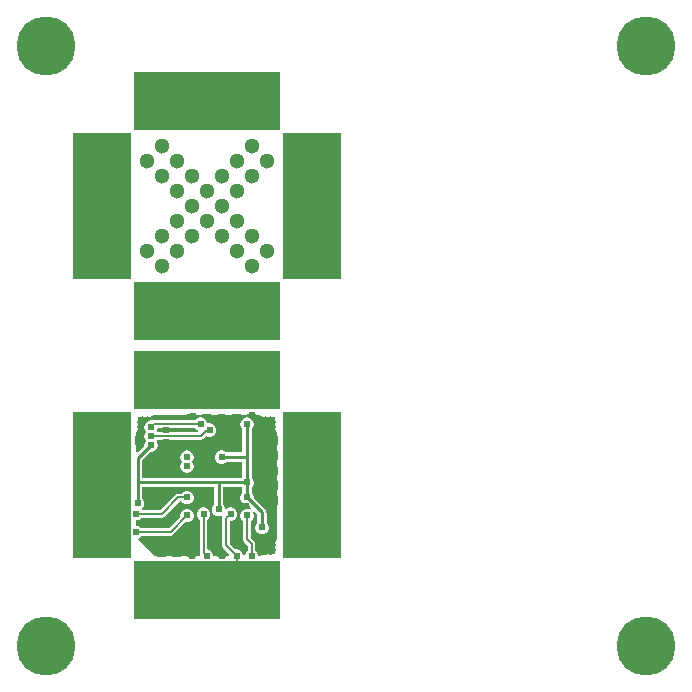
<source format=gbl>
G04 Layer: BottomLayer*
G04 Panelize: , Column: 2, Row: 2, Board Size: 58.42mm x 58.42mm, Panelized Board Size: 118.84mm x 118.84mm*
G04 EasyEDA v6.5.34, 2023-08-21 18:11:39*
G04 a2cfa06f5d3c446ba3be34bd05ffaa75,5a6b42c53f6a479593ecc07194224c93,10*
G04 Gerber Generator version 0.2*
G04 Scale: 100 percent, Rotated: No, Reflected: No *
G04 Dimensions in millimeters *
G04 leading zeros omitted , absolute positions ,4 integer and 5 decimal *
%FSLAX45Y45*%
%MOMM*%

%ADD10C,0.2540*%
%ADD11C,0.1270*%
%ADD12C,5.0000*%
%ADD13R,5.0000X12.4000*%
%ADD14R,12.4000X5.0000*%
%ADD15C,1.3000*%
%ADD16C,0.6096*%
%ADD17C,0.0131*%

%LPD*%
G36*
X1327302Y2191258D02*
G01*
X1323289Y2192070D01*
X1319936Y2194407D01*
X1317752Y2197811D01*
X1317142Y2201824D01*
X1318107Y2205786D01*
X1322984Y2215946D01*
X1324254Y2220823D01*
X1326286Y2224735D01*
X1329791Y2227376D01*
X1334058Y2228342D01*
X1637842Y2228342D01*
X1641805Y2227580D01*
X1645107Y2225344D01*
X1652879Y2217420D01*
X1660906Y2211781D01*
X1663446Y2210612D01*
X1666595Y2208326D01*
X1668627Y2205024D01*
X1669288Y2201164D01*
X1668424Y2197354D01*
X1666239Y2194153D01*
X1662988Y2192020D01*
X1659128Y2191258D01*
G37*

%LPD*%
G36*
X2057400Y1151991D02*
G01*
X2053082Y1152956D01*
X2049627Y1155649D01*
X2047595Y1159510D01*
X2046833Y1162253D01*
X2042718Y1171194D01*
X2037080Y1179220D01*
X2030120Y1186180D01*
X2022093Y1191818D01*
X2013153Y1195933D01*
X2003704Y1198473D01*
X1993900Y1199337D01*
X1988769Y1198880D01*
X1984400Y1199489D01*
X1980692Y1201826D01*
X1940255Y1242263D01*
X1938020Y1245565D01*
X1937257Y1249476D01*
X1937257Y1432407D01*
X1937969Y1436116D01*
X1939899Y1439316D01*
X1942896Y1441551D01*
X1946554Y1442567D01*
X1952904Y1443126D01*
X1962353Y1445666D01*
X1971293Y1449781D01*
X1979320Y1455420D01*
X1986280Y1462379D01*
X1991918Y1470406D01*
X1996033Y1479346D01*
X1998573Y1488795D01*
X1999437Y1498600D01*
X1998573Y1508404D01*
X1996033Y1517853D01*
X1991918Y1526794D01*
X1986280Y1534820D01*
X1979320Y1541780D01*
X1971293Y1547418D01*
X1962353Y1551533D01*
X1952904Y1554073D01*
X1943100Y1554937D01*
X1933295Y1554073D01*
X1923846Y1551533D01*
X1914906Y1547418D01*
X1911502Y1544980D01*
X1907946Y1543405D01*
X1904085Y1543304D01*
X1900428Y1544624D01*
X1897583Y1547215D01*
X1895856Y1550720D01*
X1894433Y1555953D01*
X1890318Y1564894D01*
X1884680Y1572920D01*
X1883105Y1574495D01*
X1880870Y1577797D01*
X1880107Y1581708D01*
X1880107Y1716532D01*
X1880870Y1720392D01*
X1883105Y1723694D01*
X1886356Y1725930D01*
X1890268Y1726692D01*
X2034032Y1726692D01*
X2037892Y1725930D01*
X2041194Y1723694D01*
X2043430Y1720392D01*
X2044192Y1716532D01*
X2044192Y1683308D01*
X2043430Y1679397D01*
X2041194Y1676095D01*
X2039620Y1674520D01*
X2033981Y1666493D01*
X2029866Y1657553D01*
X2027326Y1648104D01*
X2026462Y1638300D01*
X2027326Y1628495D01*
X2029866Y1619046D01*
X2033981Y1610106D01*
X2039620Y1602079D01*
X2046579Y1595120D01*
X2054606Y1589481D01*
X2063546Y1585366D01*
X2072995Y1582826D01*
X2081022Y1582115D01*
X2084425Y1581200D01*
X2087321Y1579168D01*
X2110181Y1556308D01*
X2112568Y1552600D01*
X2113127Y1548231D01*
X2111806Y1544015D01*
X2108860Y1540764D01*
X2104796Y1539087D01*
X2100376Y1539290D01*
X2092604Y1541373D01*
X2082800Y1542237D01*
X2072995Y1541373D01*
X2063546Y1538833D01*
X2054606Y1534718D01*
X2046579Y1529080D01*
X2039620Y1522120D01*
X2033981Y1514094D01*
X2029866Y1505153D01*
X2027326Y1495704D01*
X2026462Y1485900D01*
X2027326Y1476095D01*
X2029866Y1466646D01*
X2033981Y1457706D01*
X2039620Y1449679D01*
X2047544Y1441907D01*
X2049780Y1438605D01*
X2050542Y1434642D01*
X2050542Y1283208D01*
X2051304Y1275994D01*
X2053386Y1269593D01*
X2056790Y1263650D01*
X2060295Y1259586D01*
X2085644Y1234186D01*
X2087880Y1230934D01*
X2088642Y1227023D01*
X2088642Y1194206D01*
X2087880Y1190294D01*
X2085644Y1186992D01*
X2077720Y1179169D01*
X2072081Y1171194D01*
X2067966Y1162253D01*
X2067204Y1159510D01*
X2065172Y1155649D01*
X2061667Y1152956D01*
G37*

%LPD*%
G36*
X2185314Y1144016D02*
G01*
X2181453Y1145235D01*
X2178405Y1147876D01*
X2176627Y1151534D01*
X2173833Y1162304D01*
X2169718Y1171194D01*
X2164080Y1179169D01*
X2156155Y1186992D01*
X2153920Y1190294D01*
X2153158Y1194206D01*
X2153158Y1244041D01*
X2152396Y1251305D01*
X2150313Y1257706D01*
X2146909Y1263650D01*
X2143404Y1267663D01*
X2118055Y1293063D01*
X2115820Y1296365D01*
X2115058Y1300276D01*
X2115058Y1434693D01*
X2115820Y1438605D01*
X2118055Y1441907D01*
X2125980Y1449679D01*
X2131618Y1457706D01*
X2135733Y1466646D01*
X2138273Y1476095D01*
X2139137Y1485900D01*
X2138273Y1495704D01*
X2136190Y1503476D01*
X2135987Y1507896D01*
X2137664Y1511960D01*
X2140915Y1514906D01*
X2145131Y1516227D01*
X2149500Y1515668D01*
X2153208Y1513332D01*
X2168194Y1498295D01*
X2170430Y1494993D01*
X2171192Y1491081D01*
X2171192Y1429308D01*
X2170430Y1425397D01*
X2168194Y1422095D01*
X2166620Y1420520D01*
X2160981Y1412494D01*
X2156866Y1403553D01*
X2154326Y1394104D01*
X2153462Y1384300D01*
X2154326Y1374495D01*
X2156866Y1365046D01*
X2160981Y1356106D01*
X2166620Y1348079D01*
X2173579Y1341120D01*
X2181606Y1335481D01*
X2190546Y1331366D01*
X2199995Y1328826D01*
X2209800Y1327962D01*
X2219604Y1328826D01*
X2229053Y1331366D01*
X2237994Y1335481D01*
X2246020Y1341120D01*
X2252980Y1348079D01*
X2258618Y1356106D01*
X2262733Y1365046D01*
X2265273Y1374495D01*
X2266137Y1384300D01*
X2265273Y1394104D01*
X2262733Y1403553D01*
X2258618Y1412494D01*
X2252980Y1420520D01*
X2251405Y1422095D01*
X2249170Y1425397D01*
X2248408Y1429258D01*
X2248408Y1510792D01*
X2247595Y1518818D01*
X2245410Y1526032D01*
X2241854Y1532737D01*
X2236724Y1538935D01*
X2141931Y1633778D01*
X2139899Y1636674D01*
X2138984Y1640078D01*
X2138273Y1648104D01*
X2135733Y1657553D01*
X2131618Y1666493D01*
X2125980Y1674520D01*
X2124405Y1676095D01*
X2122170Y1679397D01*
X2121408Y1683257D01*
X2121408Y1720291D01*
X2122170Y1724202D01*
X2124405Y1727504D01*
X2125980Y1729079D01*
X2131618Y1737106D01*
X2135733Y1746046D01*
X2138273Y1755495D01*
X2139137Y1765300D01*
X2138273Y1775104D01*
X2135733Y1784553D01*
X2131618Y1793493D01*
X2125980Y1801520D01*
X2124354Y1803095D01*
X2122170Y1806397D01*
X2121408Y1810308D01*
X2121408Y2215591D01*
X2122170Y2219502D01*
X2124405Y2222804D01*
X2125980Y2224379D01*
X2131618Y2232406D01*
X2135733Y2241346D01*
X2138273Y2250795D01*
X2139137Y2260600D01*
X2138273Y2270404D01*
X2135733Y2279853D01*
X2131618Y2288794D01*
X2125980Y2296820D01*
X2119020Y2303780D01*
X2110994Y2309418D01*
X2102053Y2313533D01*
X2092604Y2316073D01*
X2082800Y2316937D01*
X2072995Y2316073D01*
X2063546Y2313533D01*
X2054606Y2309418D01*
X2046579Y2303780D01*
X2039620Y2296820D01*
X2033981Y2288794D01*
X2029866Y2279853D01*
X2027326Y2270404D01*
X2026462Y2260600D01*
X2027326Y2250795D01*
X2029866Y2241346D01*
X2033981Y2232406D01*
X2039620Y2224379D01*
X2041194Y2222804D01*
X2043430Y2219502D01*
X2044192Y2215591D01*
X2044192Y2029968D01*
X2043430Y2026056D01*
X2041194Y2022754D01*
X2037892Y2020570D01*
X2034032Y2019807D01*
X1911908Y2019807D01*
X1907997Y2020570D01*
X1904695Y2022754D01*
X1903120Y2024380D01*
X1895093Y2030018D01*
X1886153Y2034133D01*
X1876704Y2036673D01*
X1866900Y2037537D01*
X1857095Y2036673D01*
X1847646Y2034133D01*
X1838706Y2030018D01*
X1830679Y2024380D01*
X1823720Y2017420D01*
X1818081Y2009393D01*
X1813966Y2000453D01*
X1811426Y1991004D01*
X1810562Y1981200D01*
X1811426Y1971395D01*
X1813966Y1961946D01*
X1818081Y1953006D01*
X1823720Y1944979D01*
X1830679Y1938020D01*
X1838706Y1932381D01*
X1847646Y1928266D01*
X1857095Y1925726D01*
X1866900Y1924862D01*
X1876704Y1925726D01*
X1886153Y1928266D01*
X1895093Y1932381D01*
X1903120Y1938020D01*
X1904695Y1939594D01*
X1907997Y1941830D01*
X1911908Y1942592D01*
X2034032Y1942592D01*
X2037892Y1941830D01*
X2041194Y1939594D01*
X2043430Y1936292D01*
X2044192Y1932432D01*
X2044192Y1814068D01*
X2043430Y1810156D01*
X2041194Y1806905D01*
X2037892Y1804670D01*
X2034032Y1803907D01*
X1204468Y1803907D01*
X1200556Y1804670D01*
X1197305Y1806905D01*
X1195070Y1810156D01*
X1194308Y1814068D01*
X1194308Y1948281D01*
X1195070Y1952193D01*
X1197305Y1955495D01*
X1265478Y2023668D01*
X1268374Y2025700D01*
X1271778Y2026615D01*
X1279804Y2027326D01*
X1289253Y2029866D01*
X1298194Y2033981D01*
X1306220Y2039620D01*
X1313180Y2046579D01*
X1318818Y2054606D01*
X1322933Y2063546D01*
X1325473Y2072995D01*
X1326337Y2082800D01*
X1325473Y2092604D01*
X1322984Y2102002D01*
X1318107Y2112213D01*
X1317142Y2116175D01*
X1317752Y2120188D01*
X1319936Y2123592D01*
X1323289Y2125929D01*
X1327251Y2126742D01*
X1688592Y2126742D01*
X1695805Y2127504D01*
X1702206Y2129586D01*
X1708150Y2132990D01*
X1712214Y2136495D01*
X1731822Y2156104D01*
X1735226Y2158339D01*
X1739290Y2159050D01*
X1743303Y2158136D01*
X1746046Y2156866D01*
X1755495Y2154326D01*
X1765300Y2153462D01*
X1775104Y2154326D01*
X1784553Y2156866D01*
X1793493Y2160981D01*
X1801520Y2166620D01*
X1808480Y2173579D01*
X1814118Y2181606D01*
X1818233Y2190546D01*
X1820773Y2199995D01*
X1821637Y2209800D01*
X1820773Y2219604D01*
X1818233Y2229053D01*
X1814118Y2237994D01*
X1808480Y2246020D01*
X1801520Y2252980D01*
X1793493Y2258618D01*
X1784553Y2262733D01*
X1775104Y2265273D01*
X1765300Y2266137D01*
X1754682Y2265222D01*
X1751126Y2265527D01*
X1747977Y2267000D01*
X1745437Y2269490D01*
X1743964Y2272690D01*
X1742033Y2279853D01*
X1737918Y2288794D01*
X1732280Y2296820D01*
X1725320Y2303780D01*
X1717293Y2309418D01*
X1708353Y2313533D01*
X1698904Y2316073D01*
X1693468Y2316581D01*
X1689455Y2317800D01*
X1686102Y2320899D01*
X1683867Y2318207D01*
X1680159Y2316327D01*
X1669846Y2313533D01*
X1660906Y2309418D01*
X1652879Y2303780D01*
X1645107Y2295855D01*
X1641805Y2293620D01*
X1637893Y2292858D01*
X1295806Y2292858D01*
X1290472Y2292451D01*
X1284478Y2290826D01*
X1280922Y2290521D01*
X1269949Y2291537D01*
X1260195Y2290673D01*
X1250746Y2288133D01*
X1241806Y2284018D01*
X1233779Y2278380D01*
X1226820Y2271420D01*
X1221181Y2263394D01*
X1217066Y2254453D01*
X1214526Y2245004D01*
X1213662Y2235200D01*
X1214526Y2225395D01*
X1217066Y2215946D01*
X1221181Y2207006D01*
X1224076Y2202942D01*
X1225702Y2199132D01*
X1225702Y2195017D01*
X1224076Y2191258D01*
X1221181Y2187194D01*
X1217066Y2178253D01*
X1214526Y2168804D01*
X1213662Y2159000D01*
X1214526Y2149195D01*
X1217066Y2139746D01*
X1221181Y2130806D01*
X1224076Y2126742D01*
X1225702Y2122932D01*
X1225702Y2118817D01*
X1224076Y2115058D01*
X1221181Y2110994D01*
X1217066Y2102053D01*
X1214526Y2092604D01*
X1213815Y2084578D01*
X1212900Y2081174D01*
X1210868Y2078278D01*
X1158798Y2026208D01*
X1155598Y2024024D01*
X1151788Y2023211D01*
X1147978Y2023922D01*
X1144676Y2026005D01*
X1142390Y2029155D01*
X1141476Y2032914D01*
X1142034Y2036724D01*
X1142796Y2038959D01*
X1143508Y2045258D01*
X1143508Y2069541D01*
X1142898Y2075434D01*
X1141069Y2080971D01*
X1138072Y2085898D01*
X1133195Y2090928D01*
X1131062Y2094179D01*
X1130300Y2097989D01*
X1130300Y2143861D01*
X1131062Y2147722D01*
X1133297Y2151024D01*
X1137818Y2155596D01*
X1140917Y2160473D01*
X1142796Y2165959D01*
X1143508Y2172258D01*
X1143508Y2186025D01*
X1144117Y2189480D01*
X1145844Y2192528D01*
X1151788Y2199690D01*
X1155598Y2206752D01*
X1157935Y2214473D01*
X1158697Y2222500D01*
X1157935Y2230526D01*
X1155496Y2238603D01*
X1155039Y2241550D01*
X1155496Y2244496D01*
X1157935Y2252573D01*
X1158697Y2260600D01*
X1157935Y2268626D01*
X1155496Y2276703D01*
X1155039Y2279650D01*
X1155496Y2282596D01*
X1157935Y2290673D01*
X1158697Y2298700D01*
X1157935Y2306726D01*
X1156868Y2310282D01*
X1156512Y2314651D01*
X1157986Y2318715D01*
X1161084Y2321814D01*
X1165199Y2323287D01*
X1169517Y2322982D01*
X1173073Y2321864D01*
X1181100Y2321102D01*
X1189126Y2321864D01*
X1197203Y2324303D01*
X1200150Y2324760D01*
X1203096Y2324303D01*
X1211173Y2321864D01*
X1219200Y2321102D01*
X1227226Y2321864D01*
X1235303Y2324303D01*
X1238250Y2324760D01*
X1241196Y2324303D01*
X1249273Y2321864D01*
X1257300Y2321102D01*
X1265326Y2321864D01*
X1273048Y2324201D01*
X1280109Y2328011D01*
X1287272Y2333955D01*
X1290320Y2335682D01*
X1293774Y2336292D01*
X1307592Y2336292D01*
X1313434Y2336901D01*
X1317498Y2338273D01*
X1320596Y2338781D01*
X1394815Y2339543D01*
X1398270Y2338984D01*
X1403959Y2337003D01*
X1410258Y2336292D01*
X1434592Y2336292D01*
X1440434Y2336901D01*
X1448409Y2339746D01*
X1451000Y2340152D01*
X1519377Y2340864D01*
X1522222Y2340457D01*
X1525524Y2338882D01*
X1530959Y2337003D01*
X1537258Y2336292D01*
X1561592Y2336292D01*
X1567434Y2336901D01*
X1572971Y2338730D01*
X1577543Y2341067D01*
X1580235Y2341473D01*
X1644294Y2342134D01*
X1647189Y2341778D01*
X1649831Y2340610D01*
X1652473Y2338933D01*
X1657959Y2337003D01*
X1664258Y2336292D01*
X1677517Y2336292D01*
X1681581Y2335428D01*
X1684985Y2333040D01*
X1686153Y2332634D01*
X1689252Y2335479D01*
X1694434Y2336901D01*
X1699971Y2338730D01*
X1704238Y2341372D01*
X1706727Y2342438D01*
X1709420Y2342845D01*
X1769262Y2343454D01*
X1772107Y2343048D01*
X1774748Y2341880D01*
X1779473Y2338933D01*
X1784959Y2337003D01*
X1791258Y2336292D01*
X1815592Y2336292D01*
X1821434Y2336901D01*
X1826920Y2338730D01*
X1833168Y2342642D01*
X1835657Y2343759D01*
X1838452Y2344166D01*
X1894535Y2344775D01*
X1898294Y2344064D01*
X1906473Y2338933D01*
X1911959Y2337003D01*
X1918258Y2336292D01*
X1942592Y2336292D01*
X1948434Y2336901D01*
X1953971Y2338730D01*
X1958898Y2341727D01*
X1963064Y2344724D01*
X1966823Y2345486D01*
X2020214Y2346045D01*
X2024176Y2345334D01*
X2028596Y2341981D01*
X2033473Y2338933D01*
X2038959Y2337003D01*
X2045258Y2336292D01*
X2069592Y2336292D01*
X2075434Y2336901D01*
X2080971Y2338730D01*
X2085898Y2341727D01*
X2088235Y2343962D01*
X2091436Y2346096D01*
X2095195Y2346858D01*
X2145893Y2347366D01*
X2149856Y2346604D01*
X2153208Y2344420D01*
X2155596Y2341981D01*
X2160473Y2338933D01*
X2165959Y2337003D01*
X2172258Y2336292D01*
X2186025Y2336292D01*
X2189480Y2335682D01*
X2192528Y2333955D01*
X2199690Y2328011D01*
X2206802Y2324201D01*
X2214473Y2321864D01*
X2222500Y2321102D01*
X2230526Y2321864D01*
X2238603Y2324303D01*
X2241550Y2324760D01*
X2244496Y2324303D01*
X2252573Y2321864D01*
X2260600Y2321102D01*
X2268626Y2321864D01*
X2276703Y2324303D01*
X2279650Y2324760D01*
X2282596Y2324303D01*
X2290673Y2321864D01*
X2298700Y2321102D01*
X2306726Y2321864D01*
X2310282Y2322982D01*
X2314651Y2323287D01*
X2318715Y2321814D01*
X2321814Y2318715D01*
X2323338Y2314651D01*
X2322982Y2310282D01*
X2321864Y2306726D01*
X2321102Y2298700D01*
X2321864Y2290673D01*
X2324354Y2282596D01*
X2324760Y2279650D01*
X2324354Y2276703D01*
X2321864Y2268626D01*
X2321102Y2260600D01*
X2321864Y2252573D01*
X2324354Y2244496D01*
X2324760Y2241550D01*
X2324354Y2238603D01*
X2321864Y2230526D01*
X2321102Y2222500D01*
X2321864Y2214473D01*
X2324252Y2206752D01*
X2328011Y2199690D01*
X2333955Y2192528D01*
X2335682Y2189480D01*
X2336292Y2186025D01*
X2336292Y2172208D01*
X2336901Y2166366D01*
X2338781Y2160828D01*
X2341778Y2155901D01*
X2344521Y2153056D01*
X2346655Y2149754D01*
X2347366Y2145893D01*
X2346858Y2095144D01*
X2346045Y2091334D01*
X2343861Y2088083D01*
X2341981Y2086203D01*
X2338933Y2081326D01*
X2337003Y2075840D01*
X2336292Y2069541D01*
X2336292Y2045207D01*
X2336901Y2039366D01*
X2338730Y2033828D01*
X2341778Y2028901D01*
X2343200Y2027377D01*
X2345334Y2024075D01*
X2346045Y2020214D01*
X2345486Y1966823D01*
X2344724Y1962962D01*
X2341981Y1959203D01*
X2338933Y1954326D01*
X2337003Y1948840D01*
X2336292Y1942541D01*
X2336292Y1918207D01*
X2336901Y1912366D01*
X2338730Y1906828D01*
X2344013Y1898446D01*
X2344775Y1894586D01*
X2344166Y1838452D01*
X2343759Y1835708D01*
X2342591Y1833168D01*
X2338933Y1827326D01*
X2337003Y1821840D01*
X2336292Y1815541D01*
X2336292Y1791207D01*
X2336901Y1785366D01*
X2338781Y1779828D01*
X2341981Y1774545D01*
X2343099Y1771954D01*
X2343454Y1769160D01*
X2342845Y1709318D01*
X2342438Y1706575D01*
X2341270Y1704035D01*
X2338933Y1700326D01*
X2337003Y1694840D01*
X2336292Y1688541D01*
X2336292Y1664207D01*
X2336901Y1658366D01*
X2338781Y1652828D01*
X2340660Y1649679D01*
X2341778Y1647088D01*
X2342134Y1644294D01*
X2341473Y1580184D01*
X2341067Y1577441D01*
X2338933Y1573326D01*
X2337003Y1567840D01*
X2336292Y1561541D01*
X2336292Y1537208D01*
X2336901Y1531366D01*
X2338781Y1525828D01*
X2340508Y1522222D01*
X2340864Y1519428D01*
X2340152Y1451051D01*
X2339543Y1447698D01*
X2337003Y1440789D01*
X2336292Y1434541D01*
X2336292Y1410208D01*
X2336901Y1404366D01*
X2339035Y1398016D01*
X2339543Y1394714D01*
X2338781Y1320495D01*
X2338222Y1317244D01*
X2337003Y1313840D01*
X2336292Y1307541D01*
X2336292Y1293774D01*
X2335682Y1290320D01*
X2333955Y1287272D01*
X2328011Y1280109D01*
X2324252Y1273048D01*
X2321864Y1265326D01*
X2321102Y1257300D01*
X2321864Y1249273D01*
X2324354Y1241196D01*
X2324760Y1238250D01*
X2324354Y1235303D01*
X2321864Y1227226D01*
X2321102Y1219200D01*
X2321864Y1211173D01*
X2324354Y1203096D01*
X2324760Y1200150D01*
X2324354Y1197203D01*
X2321864Y1189126D01*
X2321102Y1181100D01*
X2321864Y1173073D01*
X2322982Y1169517D01*
X2323338Y1165148D01*
X2321814Y1161084D01*
X2318715Y1157986D01*
X2314651Y1156512D01*
X2310282Y1156817D01*
X2306726Y1157935D01*
X2298700Y1158697D01*
X2290673Y1157935D01*
X2282596Y1155446D01*
X2279650Y1155039D01*
X2276703Y1155446D01*
X2268626Y1157935D01*
X2260600Y1158697D01*
X2252573Y1157935D01*
X2244496Y1155446D01*
X2241550Y1155039D01*
X2238603Y1155446D01*
X2230526Y1157935D01*
X2222500Y1158697D01*
X2214473Y1157935D01*
X2206752Y1155598D01*
X2199690Y1151788D01*
X2192934Y1146251D01*
X2189327Y1144320D01*
G37*

%LPC*%
G36*
X1574800Y1848662D02*
G01*
X1584604Y1849526D01*
X1594053Y1852066D01*
X1602994Y1856181D01*
X1611020Y1861820D01*
X1617980Y1868779D01*
X1623618Y1876806D01*
X1627733Y1885746D01*
X1630273Y1895195D01*
X1631137Y1905000D01*
X1630273Y1914804D01*
X1627733Y1924253D01*
X1623618Y1933193D01*
X1620723Y1937257D01*
X1619097Y1941017D01*
X1619097Y1945132D01*
X1620723Y1948942D01*
X1623618Y1953006D01*
X1627733Y1961946D01*
X1630273Y1971395D01*
X1631137Y1981200D01*
X1630273Y1991004D01*
X1627733Y2000453D01*
X1623618Y2009393D01*
X1617980Y2017420D01*
X1611020Y2024380D01*
X1602994Y2030018D01*
X1594053Y2034133D01*
X1584604Y2036673D01*
X1574800Y2037537D01*
X1564995Y2036673D01*
X1555546Y2034133D01*
X1546606Y2030018D01*
X1538579Y2024380D01*
X1531620Y2017420D01*
X1525981Y2009393D01*
X1521866Y2000453D01*
X1519326Y1991004D01*
X1518462Y1981200D01*
X1519326Y1971395D01*
X1521866Y1961946D01*
X1525981Y1953006D01*
X1528876Y1948942D01*
X1530502Y1945132D01*
X1530502Y1941017D01*
X1528876Y1937257D01*
X1525981Y1933193D01*
X1521866Y1924253D01*
X1519326Y1914804D01*
X1518462Y1905000D01*
X1519326Y1895195D01*
X1521866Y1885746D01*
X1525981Y1876806D01*
X1531620Y1868779D01*
X1538579Y1861820D01*
X1546606Y1856181D01*
X1555546Y1852066D01*
X1564995Y1849526D01*
G37*

%LPD*%
G36*
X1335938Y1130300D02*
G01*
X1332026Y1131062D01*
X1328775Y1133297D01*
X1324203Y1137818D01*
X1319326Y1140866D01*
X1313840Y1142796D01*
X1307541Y1143508D01*
X1302715Y1143508D01*
X1299159Y1144168D01*
X1296009Y1146048D01*
X1293774Y1148892D01*
X1291488Y1153160D01*
X1286357Y1159357D01*
X1280160Y1164488D01*
X1273708Y1167942D01*
X1271320Y1169720D01*
X1269542Y1172108D01*
X1266088Y1178560D01*
X1260957Y1184757D01*
X1254760Y1189888D01*
X1248308Y1193342D01*
X1245920Y1195120D01*
X1244142Y1197508D01*
X1240688Y1203960D01*
X1235557Y1210157D01*
X1229360Y1215288D01*
X1222908Y1218742D01*
X1220520Y1220520D01*
X1218742Y1222908D01*
X1215288Y1229360D01*
X1210157Y1235557D01*
X1203960Y1240688D01*
X1197508Y1244142D01*
X1195120Y1245920D01*
X1193342Y1248308D01*
X1189888Y1254760D01*
X1184757Y1260957D01*
X1178560Y1266088D01*
X1172108Y1269542D01*
X1169720Y1271320D01*
X1167942Y1273708D01*
X1162608Y1283462D01*
X1162100Y1287119D01*
X1162913Y1290675D01*
X1164945Y1293774D01*
X1167942Y1295908D01*
X1171194Y1297381D01*
X1179169Y1303020D01*
X1186992Y1310944D01*
X1190294Y1313180D01*
X1194206Y1313942D01*
X1434592Y1313942D01*
X1441805Y1314704D01*
X1448206Y1316786D01*
X1454150Y1320190D01*
X1458214Y1323695D01*
X1561592Y1427073D01*
X1565300Y1429410D01*
X1569669Y1430020D01*
X1574800Y1429562D01*
X1584604Y1430426D01*
X1594053Y1432966D01*
X1602994Y1437081D01*
X1611020Y1442720D01*
X1617980Y1449679D01*
X1623618Y1457706D01*
X1627733Y1466646D01*
X1630273Y1476095D01*
X1631137Y1485900D01*
X1630273Y1495704D01*
X1627733Y1505153D01*
X1623618Y1514094D01*
X1617980Y1522120D01*
X1611020Y1529080D01*
X1602994Y1534718D01*
X1594053Y1538833D01*
X1584604Y1541373D01*
X1574800Y1542237D01*
X1564995Y1541373D01*
X1555546Y1538833D01*
X1546606Y1534718D01*
X1538579Y1529080D01*
X1531620Y1522120D01*
X1525981Y1514094D01*
X1521866Y1505153D01*
X1519326Y1495704D01*
X1518462Y1485900D01*
X1518920Y1480769D01*
X1518310Y1476400D01*
X1515973Y1472692D01*
X1424736Y1381455D01*
X1421434Y1379220D01*
X1417523Y1378458D01*
X1194206Y1378458D01*
X1190294Y1379220D01*
X1186992Y1381455D01*
X1179169Y1389380D01*
X1171194Y1395018D01*
X1162253Y1399133D01*
X1149197Y1402689D01*
X1146200Y1404975D01*
X1144219Y1408125D01*
X1143508Y1411833D01*
X1143508Y1432966D01*
X1144219Y1436674D01*
X1146200Y1439824D01*
X1149197Y1442110D01*
X1162253Y1445666D01*
X1171194Y1449781D01*
X1179169Y1455420D01*
X1186992Y1463344D01*
X1190294Y1465580D01*
X1194206Y1466342D01*
X1358392Y1466342D01*
X1365605Y1467104D01*
X1372006Y1469186D01*
X1377950Y1472590D01*
X1382014Y1476095D01*
X1508963Y1603044D01*
X1512265Y1605280D01*
X1516176Y1606042D01*
X1523542Y1606042D01*
X1527505Y1605280D01*
X1530807Y1603044D01*
X1538579Y1595120D01*
X1546606Y1589481D01*
X1555546Y1585366D01*
X1564995Y1582826D01*
X1574800Y1581962D01*
X1584604Y1582826D01*
X1594053Y1585366D01*
X1602994Y1589481D01*
X1611020Y1595120D01*
X1617980Y1602079D01*
X1623618Y1610106D01*
X1627733Y1619046D01*
X1630273Y1628495D01*
X1631137Y1638300D01*
X1630273Y1648104D01*
X1627733Y1657553D01*
X1623618Y1666493D01*
X1617980Y1674520D01*
X1611020Y1681480D01*
X1602994Y1687118D01*
X1594053Y1691233D01*
X1584604Y1693773D01*
X1574800Y1694637D01*
X1564995Y1693773D01*
X1555546Y1691233D01*
X1546606Y1687118D01*
X1538579Y1681480D01*
X1530807Y1673555D01*
X1527505Y1671320D01*
X1523593Y1670557D01*
X1499108Y1670557D01*
X1491894Y1669796D01*
X1485493Y1667713D01*
X1479550Y1664309D01*
X1475486Y1660804D01*
X1348536Y1533855D01*
X1345234Y1531620D01*
X1341323Y1530858D01*
X1202994Y1530858D01*
X1199083Y1531620D01*
X1195781Y1533855D01*
X1193596Y1537106D01*
X1192834Y1541018D01*
X1193596Y1544929D01*
X1195781Y1548180D01*
X1198880Y1551279D01*
X1204518Y1559306D01*
X1208633Y1568246D01*
X1211173Y1577695D01*
X1212037Y1587500D01*
X1211173Y1597304D01*
X1208633Y1606753D01*
X1204518Y1615694D01*
X1198880Y1623720D01*
X1197305Y1625295D01*
X1195070Y1628597D01*
X1194308Y1632508D01*
X1194308Y1716532D01*
X1195070Y1720392D01*
X1197305Y1723694D01*
X1200556Y1725930D01*
X1204468Y1726692D01*
X1792732Y1726692D01*
X1796592Y1725930D01*
X1799894Y1723694D01*
X1802130Y1720392D01*
X1802892Y1716532D01*
X1802892Y1581708D01*
X1802130Y1577797D01*
X1799894Y1574495D01*
X1798320Y1572920D01*
X1792681Y1564894D01*
X1788566Y1555953D01*
X1786026Y1546504D01*
X1785162Y1536700D01*
X1786026Y1526895D01*
X1786686Y1524304D01*
X1786839Y1519834D01*
X1788312Y1517954D01*
X1792681Y1508506D01*
X1798320Y1500479D01*
X1805279Y1493520D01*
X1813306Y1487881D01*
X1822246Y1483766D01*
X1831695Y1481226D01*
X1841500Y1480362D01*
X1851304Y1481226D01*
X1864512Y1484680D01*
X1868271Y1484172D01*
X1871624Y1482344D01*
X1874012Y1479346D01*
X1875180Y1475740D01*
X1874926Y1471930D01*
X1873148Y1465427D01*
X1872742Y1460093D01*
X1872742Y1232408D01*
X1873504Y1225194D01*
X1875586Y1218793D01*
X1878990Y1212850D01*
X1882444Y1208786D01*
X1930400Y1160830D01*
X1932635Y1157579D01*
X1933397Y1153668D01*
X1932635Y1149807D01*
X1930400Y1146505D01*
X1927098Y1144270D01*
X1923237Y1143508D01*
X1918258Y1143508D01*
X1912366Y1142898D01*
X1906828Y1141069D01*
X1901901Y1138072D01*
X1896922Y1133195D01*
X1893620Y1131062D01*
X1889810Y1130300D01*
X1843938Y1130300D01*
X1840026Y1131062D01*
X1836775Y1133297D01*
X1832203Y1137818D01*
X1827326Y1140866D01*
X1821840Y1142796D01*
X1815541Y1143508D01*
X1805533Y1143508D01*
X1801825Y1144219D01*
X1798624Y1146149D01*
X1796389Y1149146D01*
X1792833Y1162253D01*
X1788718Y1171194D01*
X1783080Y1179220D01*
X1776120Y1186180D01*
X1768093Y1191818D01*
X1759153Y1195933D01*
X1754276Y1197254D01*
X1750364Y1199286D01*
X1747723Y1202791D01*
X1746757Y1207058D01*
X1746757Y1447393D01*
X1747520Y1451305D01*
X1749755Y1454607D01*
X1757680Y1462379D01*
X1763318Y1470406D01*
X1767433Y1479346D01*
X1769973Y1488795D01*
X1770837Y1498600D01*
X1769973Y1508404D01*
X1769262Y1510995D01*
X1769160Y1515465D01*
X1767687Y1517345D01*
X1763318Y1526794D01*
X1757680Y1534820D01*
X1750720Y1541780D01*
X1742693Y1547418D01*
X1733753Y1551533D01*
X1724304Y1554073D01*
X1714500Y1554937D01*
X1704695Y1554073D01*
X1695246Y1551533D01*
X1686306Y1547418D01*
X1678279Y1541780D01*
X1671320Y1534820D01*
X1665681Y1526794D01*
X1661566Y1517853D01*
X1659026Y1508404D01*
X1658162Y1498600D01*
X1659026Y1488795D01*
X1661566Y1479346D01*
X1665681Y1470406D01*
X1671320Y1462379D01*
X1679244Y1454607D01*
X1681480Y1451305D01*
X1682242Y1447342D01*
X1682242Y1168806D01*
X1682648Y1163472D01*
X1684274Y1157528D01*
X1684477Y1152753D01*
X1683410Y1149146D01*
X1681175Y1146149D01*
X1678025Y1144168D01*
X1674317Y1143508D01*
X1664258Y1143508D01*
X1658366Y1142898D01*
X1652828Y1141069D01*
X1647901Y1138021D01*
X1642922Y1133195D01*
X1639620Y1131062D01*
X1635810Y1130300D01*
X1589938Y1130300D01*
X1586026Y1131062D01*
X1582775Y1133297D01*
X1578203Y1137818D01*
X1573326Y1140866D01*
X1567840Y1142796D01*
X1561541Y1143508D01*
X1537258Y1143508D01*
X1531366Y1142898D01*
X1525828Y1141069D01*
X1520901Y1138021D01*
X1515922Y1133195D01*
X1512620Y1131062D01*
X1508810Y1130300D01*
X1462938Y1130300D01*
X1459026Y1131062D01*
X1455775Y1133297D01*
X1451203Y1137818D01*
X1446326Y1140866D01*
X1440840Y1142796D01*
X1434541Y1143508D01*
X1410258Y1143508D01*
X1404366Y1142898D01*
X1398828Y1141069D01*
X1393901Y1138021D01*
X1388922Y1133195D01*
X1385620Y1131062D01*
X1381810Y1130300D01*
G37*

%LPD*%
D10*
X2082800Y1638300D02*
G01*
X2209800Y1511300D01*
X2209800Y1384300D01*
X1866897Y1981194D02*
G01*
X2082794Y1981194D01*
D11*
X1765300Y2209794D02*
G01*
X1739894Y2209794D01*
X1689100Y2159000D01*
X1270000Y2159000D01*
X1993894Y1142997D02*
G01*
X1993894Y1104897D01*
X1993894Y1142997D02*
G01*
X1904997Y1231897D01*
X1904997Y1460500D01*
X1943094Y1498597D01*
X2120900Y1143000D02*
G01*
X2120900Y1244594D01*
X2082800Y1282694D01*
X2082800Y1485900D01*
X1739900Y1143000D02*
G01*
X1714500Y1168400D01*
X1714500Y1498600D01*
X1689100Y2260600D02*
G01*
X1295400Y2260600D01*
X1270000Y2235200D01*
D10*
X1155697Y1587497D02*
G01*
X1155697Y1968494D01*
X1269997Y2082794D01*
X2082800Y2260600D02*
G01*
X2082794Y1765297D01*
X2082800Y1638300D01*
X2082794Y1765297D02*
G01*
X1155697Y1765297D01*
D11*
X1143000Y1346200D02*
G01*
X1435100Y1346200D01*
X1574800Y1485900D01*
X1143000Y1498600D02*
G01*
X1358900Y1498600D01*
X1498600Y1638300D01*
X1574800Y1638300D01*
D10*
X1841497Y1536697D02*
G01*
X1841497Y1765297D01*
D12*
G01*
X381000Y5461000D03*
G01*
X5461000Y5461000D03*
G01*
X5461000Y381000D03*
G01*
X381000Y381000D03*
D13*
G01*
X850900Y4102100D03*
D14*
G01*
X1739900Y3213100D03*
D13*
G01*
X2628900Y4102100D03*
D14*
G01*
X1739900Y4991100D03*
D15*
G01*
X1739900Y4229100D03*
G01*
X1739900Y3975100D03*
G01*
X1612900Y4102100D03*
G01*
X1866900Y4102100D03*
G01*
X1612900Y4356100D03*
G01*
X1485900Y4483100D03*
G01*
X1358900Y4610100D03*
G01*
X1231900Y3721100D03*
G01*
X1231900Y4483100D03*
G01*
X1358900Y3848100D03*
G01*
X1485900Y3975100D03*
G01*
X1358900Y4356100D03*
G01*
X1485900Y4229100D03*
G01*
X1358900Y3594100D03*
G01*
X1485900Y3721100D03*
G01*
X1612900Y3848100D03*
G01*
X1866900Y3848100D03*
G01*
X1993900Y3721100D03*
G01*
X2120900Y3594100D03*
G01*
X2120900Y3848100D03*
G01*
X1993900Y3975100D03*
G01*
X2247900Y3721100D03*
G01*
X2120900Y4610100D03*
G01*
X1866900Y4356100D03*
G01*
X1993900Y4483100D03*
G01*
X2247900Y4483100D03*
G01*
X2120900Y4356100D03*
G01*
X1993900Y4229100D03*
D13*
G01*
X850900Y1739900D03*
D14*
G01*
X1739900Y2628900D03*
D13*
G01*
X2628900Y1739900D03*
D14*
G01*
X1739900Y850900D03*
D16*
G01*
X2209800Y1384300D03*
G01*
X1943100Y1498600D03*
G01*
X2082800Y1485900D03*
G01*
X2120900Y1143000D03*
G01*
X1993900Y1143000D03*
G01*
X2082800Y1638300D03*
G01*
X2082800Y2260600D03*
G01*
X2070100Y1562100D03*
G01*
X1866900Y1981200D03*
G01*
X1841500Y1536700D03*
G01*
X1612900Y1143000D03*
G01*
X1270000Y2235200D03*
G01*
X1270000Y2159000D03*
G01*
X1689100Y2260600D03*
G01*
X1765300Y2209800D03*
G01*
X1397000Y2209800D03*
G01*
X1270000Y2082800D03*
G01*
X1574800Y1981200D03*
G01*
X1574800Y1905000D03*
G01*
X1397000Y2108200D03*
G01*
X1282700Y1828800D03*
G01*
X1739900Y1143000D03*
G01*
X1714500Y1498600D03*
G01*
X1752600Y1943100D03*
G01*
X1866900Y1143000D03*
G01*
X2286000Y1422400D03*
G01*
X1981200Y1282700D03*
G01*
X1155700Y1587500D03*
G01*
X1143000Y1498600D03*
G01*
X1143000Y1346200D03*
G01*
X1574800Y1638300D03*
G01*
X1574800Y1485900D03*
G01*
X1320800Y1168400D03*
G01*
X1460500Y1257300D03*
G01*
X2082800Y1765300D03*
G01*
X1625600Y2324100D03*
G01*
X2120900Y2336800D03*
G01*
X1168400Y1422400D03*
G01*
X1638300Y1549400D03*
G01*
X1943100Y1625600D03*
G01*
X1714500Y1625600D03*
G01*
X1714500Y1854200D03*
G01*
X1943100Y1854200D03*
G01*
X2286000Y1803400D03*
M02*

</source>
